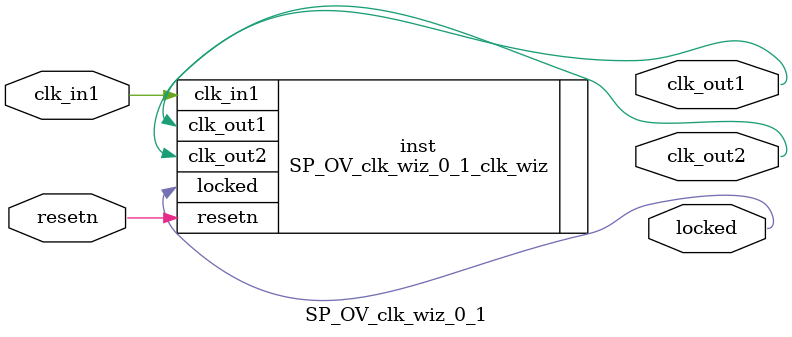
<source format=v>


`timescale 1ps/1ps

(* CORE_GENERATION_INFO = "SP_OV_clk_wiz_0_1,clk_wiz_v6_0_3_0_0,{component_name=SP_OV_clk_wiz_0_1,use_phase_alignment=true,use_min_o_jitter=true,use_max_i_jitter=false,use_dyn_phase_shift=false,use_inclk_switchover=false,use_dyn_reconfig=false,enable_axi=0,feedback_source=FDBK_AUTO,PRIMITIVE=MMCM,num_out_clk=2,clkin1_period=10.000,clkin2_period=10.000,use_power_down=false,use_reset=true,use_locked=true,use_inclk_stopped=false,feedback_type=SINGLE,CLOCK_MGR_TYPE=NA,manual_override=false}" *)

module SP_OV_clk_wiz_0_1 
 (
  // Clock out ports
  output        clk_out1,
  output        clk_out2,
  // Status and control signals
  input         resetn,
  output        locked,
 // Clock in ports
  input         clk_in1
 );

  SP_OV_clk_wiz_0_1_clk_wiz inst
  (
  // Clock out ports  
  .clk_out1(clk_out1),
  .clk_out2(clk_out2),
  // Status and control signals               
  .resetn(resetn), 
  .locked(locked),
 // Clock in ports
  .clk_in1(clk_in1)
  );

endmodule

</source>
